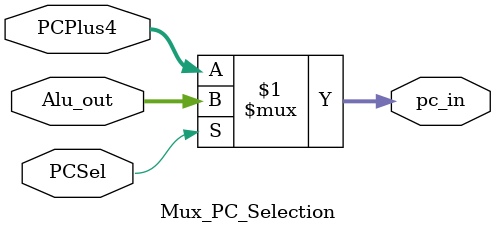
<source format=v>

module Mux_PC_Selection(            //Mux Used For Selection of New Program Counter Value
input  PCSel,                       //Selection Line From Control Unit to Select Nem Value of Program Counter
input  [31:0] PCPlus4,              //Address of Next Instruction
input  [31:0] Alu_out,              //Next Instruction Address After Jump
output [31:0] pc_in                 //Address of Instruction to Fetch
);
      assign pc_in =(PCSel)? Alu_out:PCPlus4;
endmodule
</source>
